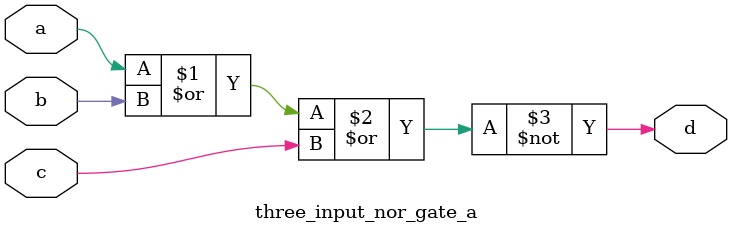
<source format=v>
`timescale 1ns / 1ps

module three_input_nor_gate_a(
    input a,b,c, output d
    );
    assign d = ~(a|b|c);
endmodule

</source>
